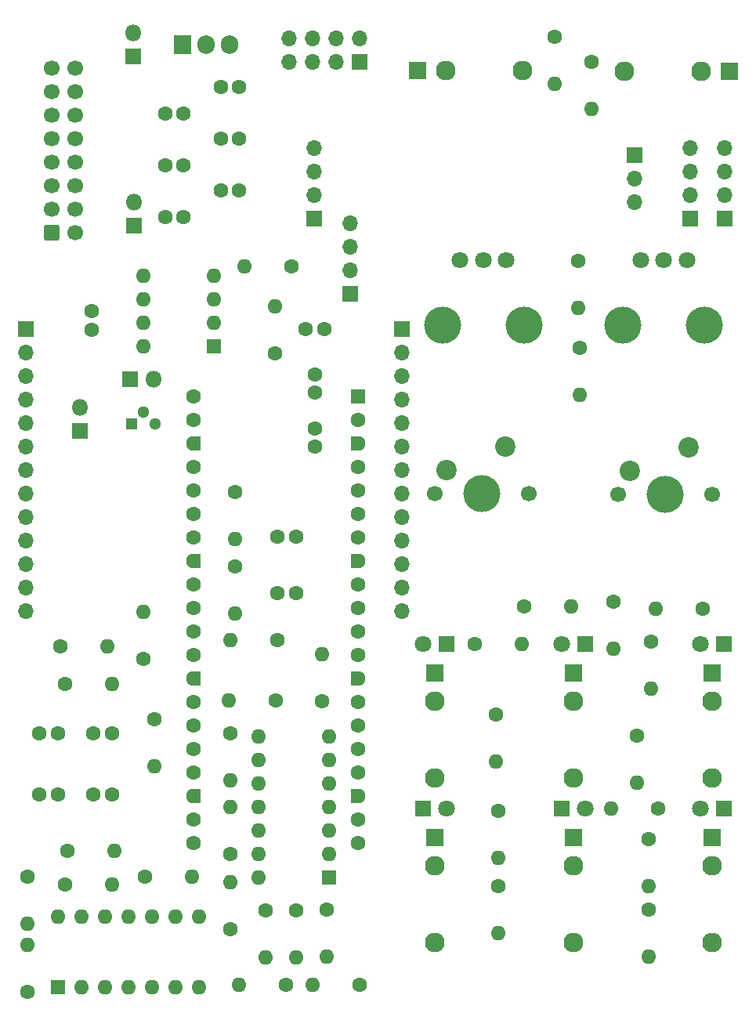
<source format=gbr>
%TF.GenerationSoftware,KiCad,Pcbnew,7.0.9*%
%TF.CreationDate,2023-11-28T16:59:50+01:00*%
%TF.ProjectId,euroPi-kicad,6575726f-5069-42d6-9b69-6361642e6b69,rev?*%
%TF.SameCoordinates,Original*%
%TF.FileFunction,Soldermask,Bot*%
%TF.FilePolarity,Negative*%
%FSLAX46Y46*%
G04 Gerber Fmt 4.6, Leading zero omitted, Abs format (unit mm)*
G04 Created by KiCad (PCBNEW 7.0.9) date 2023-11-28 16:59:50*
%MOMM*%
%LPD*%
G01*
G04 APERTURE LIST*
G04 Aperture macros list*
%AMRoundRect*
0 Rectangle with rounded corners*
0 $1 Rounding radius*
0 $2 $3 $4 $5 $6 $7 $8 $9 X,Y pos of 4 corners*
0 Add a 4 corners polygon primitive as box body*
4,1,4,$2,$3,$4,$5,$6,$7,$8,$9,$2,$3,0*
0 Add four circle primitives for the rounded corners*
1,1,$1+$1,$2,$3*
1,1,$1+$1,$4,$5*
1,1,$1+$1,$6,$7*
1,1,$1+$1,$8,$9*
0 Add four rect primitives between the rounded corners*
20,1,$1+$1,$2,$3,$4,$5,0*
20,1,$1+$1,$4,$5,$6,$7,0*
20,1,$1+$1,$6,$7,$8,$9,0*
20,1,$1+$1,$8,$9,$2,$3,0*%
%AMFreePoly0*
4,1,28,0.178017,0.779942,0.347107,0.720775,0.498792,0.625465,0.625465,0.498792,0.720775,0.347107,0.779942,0.178017,0.800000,0.000000,0.779942,-0.178017,0.720775,-0.347107,0.625465,-0.498792,0.498792,-0.625465,0.347107,-0.720775,0.178017,-0.779942,0.000000,-0.800000,-0.600000,-0.800000,-0.605014,-0.794986,-0.644504,-0.794986,-0.724698,-0.756366,-0.780194,-0.686777,-0.800000,-0.600000,
-0.800000,0.600000,-0.780194,0.686777,-0.724698,0.756366,-0.644504,0.794986,-0.605014,0.794986,-0.600000,0.800000,0.000000,0.800000,0.178017,0.779942,0.178017,0.779942,$1*%
%AMFreePoly1*
4,1,28,0.605014,0.794986,0.644504,0.794986,0.724698,0.756366,0.780194,0.686777,0.800000,0.600000,0.800000,-0.600000,0.780194,-0.686777,0.724698,-0.756366,0.644504,-0.794986,0.605014,-0.794986,0.600000,-0.800000,0.000000,-0.800000,-0.178017,-0.779942,-0.347107,-0.720775,-0.498792,-0.625465,-0.625465,-0.498792,-0.720775,-0.347107,-0.779942,-0.178017,-0.800000,0.000000,-0.779942,0.178017,
-0.720775,0.347107,-0.625465,0.498792,-0.498792,0.625465,-0.347107,0.720775,-0.178017,0.779942,0.000000,0.800000,0.600000,0.800000,0.605014,0.794986,0.605014,0.794986,$1*%
G04 Aperture macros list end*
%ADD10RoundRect,0.250000X-0.600000X-0.600000X0.600000X-0.600000X0.600000X0.600000X-0.600000X0.600000X0*%
%ADD11C,1.700000*%
%ADD12O,1.905000X2.000000*%
%ADD13R,1.905000X2.000000*%
%ADD14O,1.600000X1.600000*%
%ADD15R,1.600000X1.600000*%
%ADD16C,1.600000*%
%ADD17R,1.700000X1.700000*%
%ADD18O,1.700000X1.700000*%
%ADD19R,1.830000X1.930000*%
%ADD20C,2.130000*%
%ADD21R,1.930000X1.830000*%
%ADD22R,1.800000X1.800000*%
%ADD23C,1.800000*%
%ADD24O,1.800000X1.800000*%
%ADD25C,4.000000*%
%ADD26C,2.200000*%
%ADD27C,1.300000*%
%ADD28R,1.300000X1.300000*%
%ADD29FreePoly0,180.000000*%
%ADD30FreePoly1,180.000000*%
%ADD31RoundRect,0.200000X0.600000X0.600000X-0.600000X0.600000X-0.600000X-0.600000X0.600000X-0.600000X0*%
G04 APERTURE END LIST*
D10*
%TO.C,J10*%
X45212000Y-58166000D03*
D11*
X47752000Y-58166000D03*
X45212000Y-55626000D03*
X47752000Y-55626000D03*
X45212000Y-53086000D03*
X47752000Y-53086000D03*
X45212000Y-50546000D03*
X47752000Y-50546000D03*
X45212000Y-48006000D03*
X47752000Y-48006000D03*
X45212000Y-45466000D03*
X47752000Y-45466000D03*
X45212000Y-42926000D03*
X47752000Y-42926000D03*
X45212000Y-40386000D03*
X47752000Y-40386000D03*
%TD*%
D12*
%TO.C,U1*%
X64463352Y-37773600D03*
X61923352Y-37773600D03*
D13*
X59383352Y-37773600D03*
%TD*%
D14*
%TO.C,O3*%
X67564000Y-127787400D03*
X67564000Y-125247400D03*
X67564000Y-122707400D03*
X67564000Y-120167400D03*
X67564000Y-117627400D03*
X67564000Y-115087400D03*
X67564000Y-112547400D03*
X75184000Y-112547400D03*
X75184000Y-115087400D03*
X75184000Y-117627400D03*
X75184000Y-120167400D03*
X75184000Y-122707400D03*
X75184000Y-125247400D03*
D15*
X75184000Y-127787400D03*
%TD*%
D14*
%TO.C,R21*%
X73382352Y-139444600D03*
D16*
X78462352Y-139444600D03*
%TD*%
%TO.C,R16*%
X93472000Y-120621000D03*
D14*
X93472000Y-125701000D03*
%TD*%
%TO.C,R24*%
X66069000Y-61747400D03*
D16*
X71149000Y-61747400D03*
%TD*%
D14*
%TO.C,R6*%
X60399352Y-127760600D03*
D16*
X55319352Y-127760600D03*
%TD*%
D17*
%TO.C,J14*%
X108204000Y-49784000D03*
D18*
X108204000Y-52324000D03*
X108204000Y-54864000D03*
%TD*%
D16*
%TO.C,R17*%
X108458000Y-112493000D03*
D14*
X108458000Y-117573000D03*
%TD*%
D16*
%TO.C,R20*%
X102235000Y-70612000D03*
D14*
X102235000Y-75692000D03*
%TD*%
D16*
%TO.C,C1*%
X74660000Y-68580000D03*
X72660000Y-68580000D03*
%TD*%
D19*
%TO.C,J8*%
X84720648Y-40640000D03*
D20*
X96120648Y-40640000D03*
X87820648Y-40640000D03*
%TD*%
D14*
%TO.C,R30*%
X71628000Y-136423400D03*
D16*
X71628000Y-131343400D03*
%TD*%
D21*
%TO.C,J4*%
X86614000Y-123474000D03*
D20*
X86614000Y-134874000D03*
X86614000Y-126574000D03*
%TD*%
D22*
%TO.C,LED6*%
X117872648Y-120396000D03*
D23*
X115332648Y-120396000D03*
%TD*%
D14*
%TO.C,R26*%
X64995000Y-91211400D03*
D16*
X64995000Y-86131400D03*
%TD*%
D14*
%TO.C,R22*%
X51226352Y-102868600D03*
D16*
X46146352Y-102868600D03*
%TD*%
%TO.C,R13*%
X90903000Y-102616000D03*
D14*
X95983000Y-102616000D03*
%TD*%
%TO.C,R31*%
X42619352Y-132782600D03*
D16*
X42619352Y-127702600D03*
%TD*%
D24*
%TO.C,D2*%
X56218000Y-73939400D03*
D22*
X53678000Y-73939400D03*
%TD*%
D16*
%TO.C,C16*%
X59452000Y-56413400D03*
X57452000Y-56413400D03*
%TD*%
%TO.C,R11*%
X110773000Y-120396000D03*
D14*
X105693000Y-120396000D03*
%TD*%
D16*
%TO.C,C3*%
X65479352Y-42416600D03*
X63479352Y-42416600D03*
%TD*%
D14*
%TO.C,R23*%
X55118000Y-99114400D03*
D16*
X55118000Y-104194400D03*
%TD*%
D21*
%TO.C,J2*%
X101605824Y-105694000D03*
D20*
X101605824Y-117094000D03*
X101605824Y-108794000D03*
%TD*%
D14*
%TO.C,O1*%
X55118000Y-70383400D03*
X55118000Y-67843400D03*
X55118000Y-65303400D03*
X55118000Y-62763400D03*
X62738000Y-62763400D03*
X62738000Y-65303400D03*
X62738000Y-67843400D03*
D15*
X62738000Y-70383400D03*
%TD*%
D16*
%TO.C,R18*%
X109739648Y-123640000D03*
D14*
X109739648Y-128720000D03*
%TD*%
%TO.C,R29*%
X68326000Y-136452400D03*
D16*
X68326000Y-131372400D03*
%TD*%
%TO.C,C11*%
X45889352Y-118870600D03*
X43889352Y-118870600D03*
%TD*%
D25*
%TO.C,SW2*%
X91694000Y-86360000D03*
D11*
X86614000Y-86360000D03*
X96774000Y-86360000D03*
D26*
X94234000Y-81280000D03*
X87884000Y-83820000D03*
%TD*%
D16*
%TO.C,C14*%
X49731352Y-118870600D03*
X51731352Y-118870600D03*
%TD*%
D24*
%TO.C,D3*%
X54102000Y-54864000D03*
D22*
X54102000Y-57404000D03*
%TD*%
D14*
%TO.C,R37*%
X65479352Y-139444600D03*
D16*
X70559352Y-139444600D03*
%TD*%
D24*
%TO.C,D1*%
X48260000Y-76987400D03*
D22*
X48260000Y-79527400D03*
%TD*%
D14*
%TO.C,R1*%
X64995000Y-99310400D03*
D16*
X64995000Y-94230400D03*
%TD*%
%TO.C,R19*%
X102119648Y-61214000D03*
D14*
X102119648Y-66294000D03*
%TD*%
D19*
%TO.C,J7*%
X118461000Y-40690800D03*
D20*
X107061000Y-40690800D03*
X115361000Y-40690800D03*
%TD*%
D24*
%TO.C,D4*%
X53993352Y-36529000D03*
D22*
X53993352Y-39069000D03*
%TD*%
D16*
%TO.C,C2*%
X49530000Y-68589400D03*
X49530000Y-66589400D03*
%TD*%
D21*
%TO.C,J1*%
X86614000Y-105694000D03*
D20*
X86614000Y-117094000D03*
X86614000Y-108794000D03*
%TD*%
D16*
%TO.C,C5*%
X65479352Y-48004600D03*
X63479352Y-48004600D03*
%TD*%
D14*
%TO.C,R5*%
X56335352Y-115793600D03*
D16*
X56335352Y-110713600D03*
%TD*%
D18*
%TO.C,J11*%
X42418000Y-99060000D03*
X42418000Y-96520000D03*
X42418000Y-93980000D03*
X42418000Y-91440000D03*
X42418000Y-88900000D03*
X42418000Y-86360000D03*
X42418000Y-83820000D03*
X42418000Y-81280000D03*
X42418000Y-78740000D03*
X42418000Y-76200000D03*
X42418000Y-73660000D03*
X42418000Y-71120000D03*
D17*
X42418000Y-68580000D03*
%TD*%
D22*
%TO.C,LED5*%
X100330824Y-120396000D03*
D23*
X102870824Y-120396000D03*
%TD*%
D16*
%TO.C,C12*%
X45873352Y-112266600D03*
X43873352Y-112266600D03*
%TD*%
D21*
%TO.C,J3*%
X116597648Y-105694000D03*
D20*
X116597648Y-117094000D03*
X116597648Y-108794000D03*
%TD*%
D14*
%TO.C,R32*%
X64516000Y-120167400D03*
D16*
X64516000Y-125247400D03*
%TD*%
%TO.C,R8*%
X105918000Y-98015000D03*
D14*
X105918000Y-103095000D03*
%TD*%
D16*
%TO.C,R28*%
X103516648Y-39642000D03*
D14*
X103516648Y-44722000D03*
%TD*%
D16*
%TO.C,R10*%
X93472000Y-128778000D03*
D14*
X93472000Y-133858000D03*
%TD*%
%TO.C,O5*%
X45921352Y-132078600D03*
X48461352Y-132078600D03*
X51001352Y-132078600D03*
X53541352Y-132078600D03*
X56081352Y-132078600D03*
X58621352Y-132078600D03*
X61161352Y-132078600D03*
X61161352Y-139698600D03*
X58621352Y-139698600D03*
X56081352Y-139698600D03*
X53541352Y-139698600D03*
X51001352Y-139698600D03*
X48461352Y-139698600D03*
D15*
X45921352Y-139698600D03*
%TD*%
D14*
%TO.C,R2*%
X64545000Y-102133400D03*
D16*
X69625000Y-102133400D03*
%TD*%
%TO.C,C4*%
X59452000Y-50825400D03*
X57452000Y-50825400D03*
%TD*%
D18*
%TO.C,J18*%
X73596500Y-49022000D03*
X73596500Y-51562000D03*
X73596500Y-54102000D03*
D17*
X73596500Y-56642000D03*
%TD*%
D27*
%TO.C,Q1*%
X56368000Y-78765400D03*
X55098000Y-77495400D03*
D28*
X53828000Y-78765400D03*
%TD*%
D25*
%TO.C,SW1*%
X111531400Y-86385400D03*
D11*
X106451400Y-86385400D03*
X116611400Y-86385400D03*
D26*
X114071400Y-81305400D03*
X107721400Y-83845400D03*
%TD*%
D16*
%TO.C,R27*%
X99579648Y-36928000D03*
D14*
X99579648Y-42008000D03*
%TD*%
D21*
%TO.C,J5*%
X101605824Y-123474000D03*
D20*
X101605824Y-134874000D03*
X101605824Y-126574000D03*
%TD*%
D14*
%TO.C,R36*%
X74422000Y-103686400D03*
D16*
X74422000Y-108766400D03*
%TD*%
D14*
%TO.C,R25*%
X69371000Y-66094400D03*
D16*
X69371000Y-71174400D03*
%TD*%
%TO.C,C10*%
X71596000Y-97090701D03*
X69596000Y-97090701D03*
%TD*%
%TO.C,R9*%
X109982000Y-102362000D03*
D14*
X109982000Y-107442000D03*
%TD*%
D16*
%TO.C,C13*%
X49715352Y-112266600D03*
X51715352Y-112266600D03*
%TD*%
%TO.C,R7*%
X93218000Y-110236000D03*
D14*
X93218000Y-115316000D03*
%TD*%
D16*
%TO.C,C7*%
X73660000Y-79280000D03*
X73660000Y-81280000D03*
%TD*%
D14*
%TO.C,R34*%
X42619352Y-135126600D03*
D16*
X42619352Y-140206600D03*
%TD*%
D25*
%TO.C,VR1*%
X115759400Y-68097400D03*
X106959400Y-68097400D03*
D23*
X108859400Y-61097400D03*
X111359400Y-61097400D03*
X113859400Y-61097400D03*
%TD*%
D16*
%TO.C,C15*%
X65479352Y-53592600D03*
X63479352Y-53592600D03*
%TD*%
D22*
%TO.C,LED2*%
X102880824Y-102616000D03*
D23*
X100340824Y-102616000D03*
%TD*%
D25*
%TO.C,VR2*%
X96232648Y-68087000D03*
X87432648Y-68087000D03*
D23*
X89332648Y-61087000D03*
X91832648Y-61087000D03*
X94332648Y-61087000D03*
%TD*%
D14*
%TO.C,R3*%
X52017352Y-124966600D03*
D16*
X46937352Y-124966600D03*
%TD*%
D14*
%TO.C,R4*%
X51763352Y-106932600D03*
D16*
X46683352Y-106932600D03*
%TD*%
D14*
%TO.C,R39*%
X64320000Y-108708400D03*
D16*
X69400000Y-108708400D03*
%TD*%
D22*
%TO.C,LED4*%
X85339000Y-120396000D03*
D23*
X87879000Y-120396000D03*
%TD*%
D17*
%TO.C,J12*%
X117957600Y-56642000D03*
D18*
X117957600Y-54102000D03*
X117957600Y-51562000D03*
X117957600Y-49022000D03*
%TD*%
D16*
%TO.C,C9*%
X71596000Y-90994701D03*
X69596000Y-90994701D03*
%TD*%
D14*
%TO.C,R40*%
X51763352Y-128551600D03*
D16*
X46683352Y-128551600D03*
%TD*%
D21*
%TO.C,J6*%
X116597648Y-123474000D03*
D20*
X116597648Y-134874000D03*
X116597648Y-126574000D03*
%TD*%
D22*
%TO.C,LED3*%
X117872648Y-102616000D03*
D23*
X115332648Y-102616000D03*
%TD*%
D16*
%TO.C,R12*%
X109739648Y-131289000D03*
D14*
X109739648Y-136369000D03*
%TD*%
%TO.C,R38*%
X64516000Y-128295400D03*
D16*
X64516000Y-133375400D03*
%TD*%
D14*
%TO.C,R35*%
X74930000Y-136394400D03*
D16*
X74930000Y-131314400D03*
%TD*%
%TO.C,R14*%
X96266000Y-98552000D03*
D14*
X101346000Y-98552000D03*
%TD*%
D16*
%TO.C,C8*%
X73660000Y-75438000D03*
X73660000Y-73438000D03*
%TD*%
D22*
%TO.C,LED1*%
X87889000Y-102616000D03*
D23*
X85349000Y-102616000D03*
%TD*%
D16*
%TO.C,R15*%
X115581648Y-98806000D03*
D14*
X110501648Y-98806000D03*
%TD*%
D16*
%TO.C,C6*%
X59452000Y-45237400D03*
X57452000Y-45237400D03*
%TD*%
D14*
%TO.C,R33*%
X64516000Y-117315400D03*
D16*
X64516000Y-112235400D03*
%TD*%
D18*
%TO.C,J16*%
X70866000Y-37109400D03*
X73406000Y-37109400D03*
X75946000Y-37109400D03*
X78486000Y-37109400D03*
X70866000Y-39649400D03*
X73406000Y-39649400D03*
X75946000Y-39649400D03*
D17*
X78486000Y-39649400D03*
%TD*%
D18*
%TO.C,J15*%
X77470000Y-57150000D03*
X77470000Y-59690000D03*
X77470000Y-62230000D03*
D17*
X77470000Y-64770000D03*
%TD*%
D16*
%TO.C,U2*%
X60546000Y-75841400D03*
X60546000Y-78381400D03*
D29*
X60546000Y-80921400D03*
D16*
X60546000Y-83461400D03*
X60546000Y-86001400D03*
X60546000Y-88541400D03*
X60546000Y-91081400D03*
D29*
X60546000Y-93621400D03*
D16*
X60546000Y-96161400D03*
X60546000Y-98701400D03*
X60546000Y-101241400D03*
X60546000Y-103781400D03*
D29*
X60546000Y-106321400D03*
D16*
X60546000Y-108861400D03*
X60546000Y-111401400D03*
X60546000Y-113941400D03*
X60546000Y-116481400D03*
D29*
X60546000Y-119021400D03*
D16*
X60546000Y-121561400D03*
X60546000Y-124101400D03*
X78326000Y-124101400D03*
X78326000Y-121561400D03*
D30*
X78326000Y-119021400D03*
D16*
X78326000Y-116481400D03*
X78326000Y-113941400D03*
X78326000Y-111401400D03*
X78326000Y-108861400D03*
D30*
X78326000Y-106321400D03*
D16*
X78326000Y-103781400D03*
X78326000Y-101241400D03*
X78326000Y-98701400D03*
X78326000Y-96161400D03*
D30*
X78326000Y-93621400D03*
D16*
X78326000Y-91081400D03*
X78326000Y-88541400D03*
X78326000Y-86001400D03*
X78326000Y-83461400D03*
D30*
X78326000Y-80921400D03*
D16*
X78326000Y-78381400D03*
D31*
X78326000Y-75841400D03*
%TD*%
D17*
%TO.C,J19*%
X114211500Y-56642000D03*
D18*
X114211500Y-54102000D03*
X114211500Y-51562000D03*
X114211500Y-49022000D03*
%TD*%
D17*
%TO.C,J17*%
X83058000Y-68580000D03*
D18*
X83058000Y-71120000D03*
X83058000Y-73660000D03*
X83058000Y-76200000D03*
X83058000Y-78740000D03*
X83058000Y-81280000D03*
X83058000Y-83820000D03*
X83058000Y-86360000D03*
X83058000Y-88900000D03*
X83058000Y-91440000D03*
X83058000Y-93980000D03*
X83058000Y-96520000D03*
X83058000Y-99060000D03*
%TD*%
M02*

</source>
